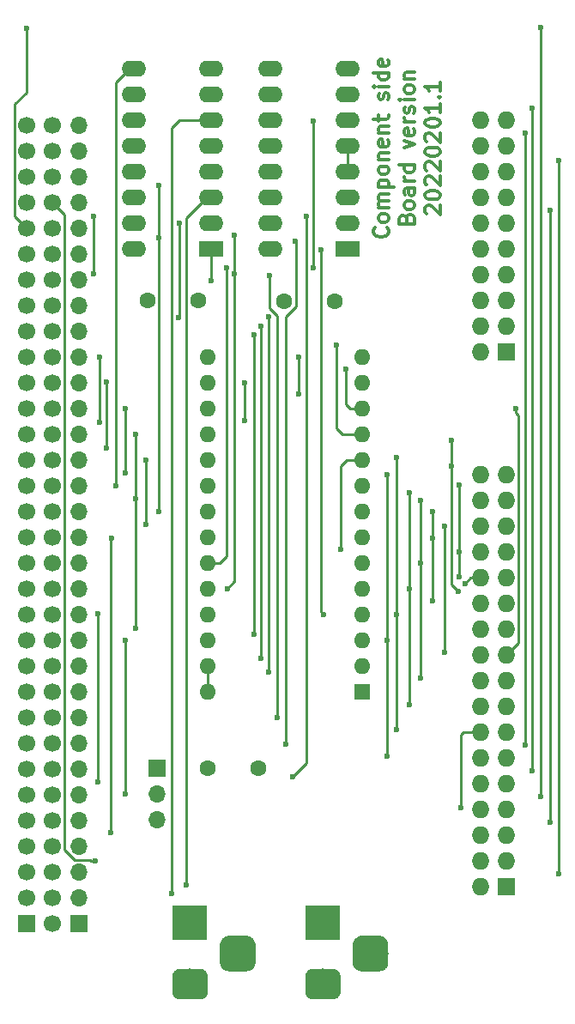
<source format=gbr>
G04 #@! TF.GenerationSoftware,KiCad,Pcbnew,(5.1.2-1)-1*
G04 #@! TF.CreationDate,2022-02-01T20:28:38+01:00*
G04 #@! TF.ProjectId,AtomIOExt,41746f6d-494f-4457-9874-2e6b69636164,1.0*
G04 #@! TF.SameCoordinates,Original*
G04 #@! TF.FileFunction,Copper,L1,Top*
G04 #@! TF.FilePolarity,Positive*
%FSLAX46Y46*%
G04 Gerber Fmt 4.6, Leading zero omitted, Abs format (unit mm)*
G04 Created by KiCad (PCBNEW (5.1.2-1)-1) date 2022-02-01 20:28:38*
%MOMM*%
%LPD*%
G04 APERTURE LIST*
%ADD10C,0.300000*%
%ADD11O,1.700000X1.700000*%
%ADD12R,1.700000X1.700000*%
%ADD13O,1.727200X1.727200*%
%ADD14R,1.727200X1.727200*%
%ADD15O,1.600000X1.600000*%
%ADD16R,1.600000X1.600000*%
%ADD17O,2.400000X1.600000*%
%ADD18R,2.400000X1.600000*%
%ADD19C,1.700000*%
%ADD20C,0.100000*%
%ADD21C,3.500000*%
%ADD22C,3.000000*%
%ADD23R,3.500000X3.500000*%
%ADD24C,1.600000*%
%ADD25C,0.600000*%
%ADD26C,0.250000*%
G04 APERTURE END LIST*
D10*
X112235714Y-78157142D02*
X112307142Y-78228571D01*
X112378571Y-78442857D01*
X112378571Y-78585714D01*
X112307142Y-78800000D01*
X112164285Y-78942857D01*
X112021428Y-79014285D01*
X111735714Y-79085714D01*
X111521428Y-79085714D01*
X111235714Y-79014285D01*
X111092857Y-78942857D01*
X110950000Y-78800000D01*
X110878571Y-78585714D01*
X110878571Y-78442857D01*
X110950000Y-78228571D01*
X111021428Y-78157142D01*
X112378571Y-77300000D02*
X112307142Y-77442857D01*
X112235714Y-77514285D01*
X112092857Y-77585714D01*
X111664285Y-77585714D01*
X111521428Y-77514285D01*
X111450000Y-77442857D01*
X111378571Y-77300000D01*
X111378571Y-77085714D01*
X111450000Y-76942857D01*
X111521428Y-76871428D01*
X111664285Y-76800000D01*
X112092857Y-76800000D01*
X112235714Y-76871428D01*
X112307142Y-76942857D01*
X112378571Y-77085714D01*
X112378571Y-77300000D01*
X112378571Y-76157142D02*
X111378571Y-76157142D01*
X111521428Y-76157142D02*
X111450000Y-76085714D01*
X111378571Y-75942857D01*
X111378571Y-75728571D01*
X111450000Y-75585714D01*
X111592857Y-75514285D01*
X112378571Y-75514285D01*
X111592857Y-75514285D02*
X111450000Y-75442857D01*
X111378571Y-75300000D01*
X111378571Y-75085714D01*
X111450000Y-74942857D01*
X111592857Y-74871428D01*
X112378571Y-74871428D01*
X111378571Y-74157142D02*
X112878571Y-74157142D01*
X111450000Y-74157142D02*
X111378571Y-74014285D01*
X111378571Y-73728571D01*
X111450000Y-73585714D01*
X111521428Y-73514285D01*
X111664285Y-73442857D01*
X112092857Y-73442857D01*
X112235714Y-73514285D01*
X112307142Y-73585714D01*
X112378571Y-73728571D01*
X112378571Y-74014285D01*
X112307142Y-74157142D01*
X112378571Y-72585714D02*
X112307142Y-72728571D01*
X112235714Y-72800000D01*
X112092857Y-72871428D01*
X111664285Y-72871428D01*
X111521428Y-72800000D01*
X111450000Y-72728571D01*
X111378571Y-72585714D01*
X111378571Y-72371428D01*
X111450000Y-72228571D01*
X111521428Y-72157142D01*
X111664285Y-72085714D01*
X112092857Y-72085714D01*
X112235714Y-72157142D01*
X112307142Y-72228571D01*
X112378571Y-72371428D01*
X112378571Y-72585714D01*
X111378571Y-71442857D02*
X112378571Y-71442857D01*
X111521428Y-71442857D02*
X111450000Y-71371428D01*
X111378571Y-71228571D01*
X111378571Y-71014285D01*
X111450000Y-70871428D01*
X111592857Y-70800000D01*
X112378571Y-70800000D01*
X112307142Y-69514285D02*
X112378571Y-69657142D01*
X112378571Y-69942857D01*
X112307142Y-70085714D01*
X112164285Y-70157142D01*
X111592857Y-70157142D01*
X111450000Y-70085714D01*
X111378571Y-69942857D01*
X111378571Y-69657142D01*
X111450000Y-69514285D01*
X111592857Y-69442857D01*
X111735714Y-69442857D01*
X111878571Y-70157142D01*
X111378571Y-68800000D02*
X112378571Y-68800000D01*
X111521428Y-68800000D02*
X111450000Y-68728571D01*
X111378571Y-68585714D01*
X111378571Y-68371428D01*
X111450000Y-68228571D01*
X111592857Y-68157142D01*
X112378571Y-68157142D01*
X111378571Y-67657142D02*
X111378571Y-67085714D01*
X110878571Y-67442857D02*
X112164285Y-67442857D01*
X112307142Y-67371428D01*
X112378571Y-67228571D01*
X112378571Y-67085714D01*
X112307142Y-65514285D02*
X112378571Y-65371428D01*
X112378571Y-65085714D01*
X112307142Y-64942857D01*
X112164285Y-64871428D01*
X112092857Y-64871428D01*
X111950000Y-64942857D01*
X111878571Y-65085714D01*
X111878571Y-65300000D01*
X111807142Y-65442857D01*
X111664285Y-65514285D01*
X111592857Y-65514285D01*
X111450000Y-65442857D01*
X111378571Y-65300000D01*
X111378571Y-65085714D01*
X111450000Y-64942857D01*
X112378571Y-64228571D02*
X111378571Y-64228571D01*
X110878571Y-64228571D02*
X110950000Y-64300000D01*
X111021428Y-64228571D01*
X110950000Y-64157142D01*
X110878571Y-64228571D01*
X111021428Y-64228571D01*
X112378571Y-62871428D02*
X110878571Y-62871428D01*
X112307142Y-62871428D02*
X112378571Y-63014285D01*
X112378571Y-63300000D01*
X112307142Y-63442857D01*
X112235714Y-63514285D01*
X112092857Y-63585714D01*
X111664285Y-63585714D01*
X111521428Y-63514285D01*
X111450000Y-63442857D01*
X111378571Y-63300000D01*
X111378571Y-63014285D01*
X111450000Y-62871428D01*
X112307142Y-61585714D02*
X112378571Y-61728571D01*
X112378571Y-62014285D01*
X112307142Y-62157142D01*
X112164285Y-62228571D01*
X111592857Y-62228571D01*
X111450000Y-62157142D01*
X111378571Y-62014285D01*
X111378571Y-61728571D01*
X111450000Y-61585714D01*
X111592857Y-61514285D01*
X111735714Y-61514285D01*
X111878571Y-62228571D01*
X114142857Y-77264285D02*
X114214285Y-77050000D01*
X114285714Y-76978571D01*
X114428571Y-76907142D01*
X114642857Y-76907142D01*
X114785714Y-76978571D01*
X114857142Y-77050000D01*
X114928571Y-77192857D01*
X114928571Y-77764285D01*
X113428571Y-77764285D01*
X113428571Y-77264285D01*
X113500000Y-77121428D01*
X113571428Y-77050000D01*
X113714285Y-76978571D01*
X113857142Y-76978571D01*
X114000000Y-77050000D01*
X114071428Y-77121428D01*
X114142857Y-77264285D01*
X114142857Y-77764285D01*
X114928571Y-76050000D02*
X114857142Y-76192857D01*
X114785714Y-76264285D01*
X114642857Y-76335714D01*
X114214285Y-76335714D01*
X114071428Y-76264285D01*
X114000000Y-76192857D01*
X113928571Y-76050000D01*
X113928571Y-75835714D01*
X114000000Y-75692857D01*
X114071428Y-75621428D01*
X114214285Y-75550000D01*
X114642857Y-75550000D01*
X114785714Y-75621428D01*
X114857142Y-75692857D01*
X114928571Y-75835714D01*
X114928571Y-76050000D01*
X114928571Y-74264285D02*
X114142857Y-74264285D01*
X114000000Y-74335714D01*
X113928571Y-74478571D01*
X113928571Y-74764285D01*
X114000000Y-74907142D01*
X114857142Y-74264285D02*
X114928571Y-74407142D01*
X114928571Y-74764285D01*
X114857142Y-74907142D01*
X114714285Y-74978571D01*
X114571428Y-74978571D01*
X114428571Y-74907142D01*
X114357142Y-74764285D01*
X114357142Y-74407142D01*
X114285714Y-74264285D01*
X114928571Y-73550000D02*
X113928571Y-73550000D01*
X114214285Y-73550000D02*
X114071428Y-73478571D01*
X114000000Y-73407142D01*
X113928571Y-73264285D01*
X113928571Y-73121428D01*
X114928571Y-71978571D02*
X113428571Y-71978571D01*
X114857142Y-71978571D02*
X114928571Y-72121428D01*
X114928571Y-72407142D01*
X114857142Y-72550000D01*
X114785714Y-72621428D01*
X114642857Y-72692857D01*
X114214285Y-72692857D01*
X114071428Y-72621428D01*
X114000000Y-72550000D01*
X113928571Y-72407142D01*
X113928571Y-72121428D01*
X114000000Y-71978571D01*
X113928571Y-70264285D02*
X114928571Y-69907142D01*
X113928571Y-69550000D01*
X114857142Y-68407142D02*
X114928571Y-68550000D01*
X114928571Y-68835714D01*
X114857142Y-68978571D01*
X114714285Y-69050000D01*
X114142857Y-69050000D01*
X114000000Y-68978571D01*
X113928571Y-68835714D01*
X113928571Y-68550000D01*
X114000000Y-68407142D01*
X114142857Y-68335714D01*
X114285714Y-68335714D01*
X114428571Y-69050000D01*
X114928571Y-67692857D02*
X113928571Y-67692857D01*
X114214285Y-67692857D02*
X114071428Y-67621428D01*
X114000000Y-67550000D01*
X113928571Y-67407142D01*
X113928571Y-67264285D01*
X114857142Y-66835714D02*
X114928571Y-66692857D01*
X114928571Y-66407142D01*
X114857142Y-66264285D01*
X114714285Y-66192857D01*
X114642857Y-66192857D01*
X114500000Y-66264285D01*
X114428571Y-66407142D01*
X114428571Y-66621428D01*
X114357142Y-66764285D01*
X114214285Y-66835714D01*
X114142857Y-66835714D01*
X114000000Y-66764285D01*
X113928571Y-66621428D01*
X113928571Y-66407142D01*
X114000000Y-66264285D01*
X114928571Y-65550000D02*
X113928571Y-65550000D01*
X113428571Y-65550000D02*
X113500000Y-65621428D01*
X113571428Y-65550000D01*
X113500000Y-65478571D01*
X113428571Y-65550000D01*
X113571428Y-65550000D01*
X114928571Y-64621428D02*
X114857142Y-64764285D01*
X114785714Y-64835714D01*
X114642857Y-64907142D01*
X114214285Y-64907142D01*
X114071428Y-64835714D01*
X114000000Y-64764285D01*
X113928571Y-64621428D01*
X113928571Y-64407142D01*
X114000000Y-64264285D01*
X114071428Y-64192857D01*
X114214285Y-64121428D01*
X114642857Y-64121428D01*
X114785714Y-64192857D01*
X114857142Y-64264285D01*
X114928571Y-64407142D01*
X114928571Y-64621428D01*
X113928571Y-63478571D02*
X114928571Y-63478571D01*
X114071428Y-63478571D02*
X114000000Y-63407142D01*
X113928571Y-63264285D01*
X113928571Y-63050000D01*
X114000000Y-62907142D01*
X114142857Y-62835714D01*
X114928571Y-62835714D01*
X116121428Y-76800000D02*
X116050000Y-76728571D01*
X115978571Y-76585714D01*
X115978571Y-76228571D01*
X116050000Y-76085714D01*
X116121428Y-76014285D01*
X116264285Y-75942857D01*
X116407142Y-75942857D01*
X116621428Y-76014285D01*
X117478571Y-76871428D01*
X117478571Y-75942857D01*
X115978571Y-75014285D02*
X115978571Y-74871428D01*
X116050000Y-74728571D01*
X116121428Y-74657142D01*
X116264285Y-74585714D01*
X116550000Y-74514285D01*
X116907142Y-74514285D01*
X117192857Y-74585714D01*
X117335714Y-74657142D01*
X117407142Y-74728571D01*
X117478571Y-74871428D01*
X117478571Y-75014285D01*
X117407142Y-75157142D01*
X117335714Y-75228571D01*
X117192857Y-75300000D01*
X116907142Y-75371428D01*
X116550000Y-75371428D01*
X116264285Y-75300000D01*
X116121428Y-75228571D01*
X116050000Y-75157142D01*
X115978571Y-75014285D01*
X116121428Y-73942857D02*
X116050000Y-73871428D01*
X115978571Y-73728571D01*
X115978571Y-73371428D01*
X116050000Y-73228571D01*
X116121428Y-73157142D01*
X116264285Y-73085714D01*
X116407142Y-73085714D01*
X116621428Y-73157142D01*
X117478571Y-74014285D01*
X117478571Y-73085714D01*
X116121428Y-72514285D02*
X116050000Y-72442857D01*
X115978571Y-72300000D01*
X115978571Y-71942857D01*
X116050000Y-71800000D01*
X116121428Y-71728571D01*
X116264285Y-71657142D01*
X116407142Y-71657142D01*
X116621428Y-71728571D01*
X117478571Y-72585714D01*
X117478571Y-71657142D01*
X115978571Y-70728571D02*
X115978571Y-70585714D01*
X116050000Y-70442857D01*
X116121428Y-70371428D01*
X116264285Y-70300000D01*
X116550000Y-70228571D01*
X116907142Y-70228571D01*
X117192857Y-70300000D01*
X117335714Y-70371428D01*
X117407142Y-70442857D01*
X117478571Y-70585714D01*
X117478571Y-70728571D01*
X117407142Y-70871428D01*
X117335714Y-70942857D01*
X117192857Y-71014285D01*
X116907142Y-71085714D01*
X116550000Y-71085714D01*
X116264285Y-71014285D01*
X116121428Y-70942857D01*
X116050000Y-70871428D01*
X115978571Y-70728571D01*
X116121428Y-69657142D02*
X116050000Y-69585714D01*
X115978571Y-69442857D01*
X115978571Y-69085714D01*
X116050000Y-68942857D01*
X116121428Y-68871428D01*
X116264285Y-68800000D01*
X116407142Y-68800000D01*
X116621428Y-68871428D01*
X117478571Y-69728571D01*
X117478571Y-68800000D01*
X115978571Y-67871428D02*
X115978571Y-67728571D01*
X116050000Y-67585714D01*
X116121428Y-67514285D01*
X116264285Y-67442857D01*
X116550000Y-67371428D01*
X116907142Y-67371428D01*
X117192857Y-67442857D01*
X117335714Y-67514285D01*
X117407142Y-67585714D01*
X117478571Y-67728571D01*
X117478571Y-67871428D01*
X117407142Y-68014285D01*
X117335714Y-68085714D01*
X117192857Y-68157142D01*
X116907142Y-68228571D01*
X116550000Y-68228571D01*
X116264285Y-68157142D01*
X116121428Y-68085714D01*
X116050000Y-68014285D01*
X115978571Y-67871428D01*
X117478571Y-65942857D02*
X117478571Y-66800000D01*
X117478571Y-66371428D02*
X115978571Y-66371428D01*
X116192857Y-66514285D01*
X116335714Y-66657142D01*
X116407142Y-66800000D01*
X117335714Y-65300000D02*
X117407142Y-65228571D01*
X117478571Y-65300000D01*
X117407142Y-65371428D01*
X117335714Y-65300000D01*
X117478571Y-65300000D01*
X117478571Y-63800000D02*
X117478571Y-64657142D01*
X117478571Y-64228571D02*
X115978571Y-64228571D01*
X116192857Y-64371428D01*
X116335714Y-64514285D01*
X116407142Y-64657142D01*
D11*
X81800000Y-68060000D03*
X81800000Y-70600000D03*
X81800000Y-73140000D03*
X81800000Y-75680000D03*
X81800000Y-78220000D03*
X81800000Y-80760000D03*
X81800000Y-83300000D03*
X81800000Y-85840000D03*
X81800000Y-88380000D03*
X81800000Y-90920000D03*
X81800000Y-93460000D03*
X81800000Y-96000000D03*
X81800000Y-98540000D03*
X81800000Y-101080000D03*
X81800000Y-103620000D03*
X81800000Y-106160000D03*
X81800000Y-108700000D03*
X81800000Y-111240000D03*
X81800000Y-113780000D03*
X81800000Y-116320000D03*
X81800000Y-118860000D03*
X81800000Y-121400000D03*
X81800000Y-123940000D03*
X81800000Y-126480000D03*
X81800000Y-129020000D03*
X81800000Y-131560000D03*
X81800000Y-134100000D03*
X81800000Y-136640000D03*
X81800000Y-139180000D03*
X81800000Y-141720000D03*
X81800000Y-144260000D03*
D12*
X81800000Y-146800000D03*
D13*
X121460000Y-102510000D03*
X124000000Y-102510000D03*
X121460000Y-105050000D03*
X124000000Y-105050000D03*
X121460000Y-107590000D03*
X124000000Y-107590000D03*
X121460000Y-110130000D03*
X124000000Y-110130000D03*
X121460000Y-112670000D03*
X124000000Y-112670000D03*
X121460000Y-115210000D03*
X124000000Y-115210000D03*
X121460000Y-117750000D03*
X124000000Y-117750000D03*
X121460000Y-120290000D03*
X124000000Y-120290000D03*
X121460000Y-122830000D03*
X124000000Y-122830000D03*
X121460000Y-125370000D03*
X124000000Y-125370000D03*
X121460000Y-127910000D03*
X124000000Y-127910000D03*
X121460000Y-130450000D03*
X124000000Y-130450000D03*
X121460000Y-132990000D03*
X124000000Y-132990000D03*
X121460000Y-135530000D03*
X124000000Y-135530000D03*
X121460000Y-138070000D03*
X124000000Y-138070000D03*
X121460000Y-140610000D03*
X124000000Y-140610000D03*
X121460000Y-143150000D03*
D14*
X124000000Y-143150000D03*
D13*
X121460000Y-67590000D03*
X124000000Y-67590000D03*
X121460000Y-70130000D03*
X124000000Y-70130000D03*
X121460000Y-72670000D03*
X124000000Y-72670000D03*
X121460000Y-75210000D03*
X124000000Y-75210000D03*
X121460000Y-77750000D03*
X124000000Y-77750000D03*
X121460000Y-80290000D03*
X124000000Y-80290000D03*
X121460000Y-82830000D03*
X124000000Y-82830000D03*
X121460000Y-85370000D03*
X124000000Y-85370000D03*
X121460000Y-87910000D03*
X124000000Y-87910000D03*
X121460000Y-90450000D03*
D14*
X124000000Y-90450000D03*
D15*
X94560000Y-123950000D03*
X109800000Y-90930000D03*
X94560000Y-121410000D03*
X109800000Y-93470000D03*
X94560000Y-118870000D03*
X109800000Y-96010000D03*
X94560000Y-116330000D03*
X109800000Y-98550000D03*
X94560000Y-113790000D03*
X109800000Y-101090000D03*
X94560000Y-111250000D03*
X109800000Y-103630000D03*
X94560000Y-108710000D03*
X109800000Y-106170000D03*
X94560000Y-106170000D03*
X109800000Y-108710000D03*
X94560000Y-103630000D03*
X109800000Y-111250000D03*
X94560000Y-101090000D03*
X109800000Y-113790000D03*
X94560000Y-98550000D03*
X109800000Y-116330000D03*
X94560000Y-96010000D03*
X109800000Y-118870000D03*
X94560000Y-93470000D03*
X109800000Y-121410000D03*
X94560000Y-90930000D03*
D16*
X109800000Y-123950000D03*
D17*
X100730000Y-80250000D03*
X108350000Y-62470000D03*
X100730000Y-77710000D03*
X108350000Y-65010000D03*
X100730000Y-75170000D03*
X108350000Y-67550000D03*
X100730000Y-72630000D03*
X108350000Y-70090000D03*
X100730000Y-70090000D03*
X108350000Y-72630000D03*
X100730000Y-67550000D03*
X108350000Y-75170000D03*
X100730000Y-65010000D03*
X108350000Y-77710000D03*
X100730000Y-62470000D03*
D18*
X108350000Y-80250000D03*
D17*
X87230000Y-80250000D03*
X94850000Y-62470000D03*
X87230000Y-77710000D03*
X94850000Y-65010000D03*
X87230000Y-75170000D03*
X94850000Y-67550000D03*
X87230000Y-72630000D03*
X94850000Y-70090000D03*
X87230000Y-70090000D03*
X94850000Y-72630000D03*
X87230000Y-67550000D03*
X94850000Y-75170000D03*
X87230000Y-65010000D03*
X94850000Y-77710000D03*
X87230000Y-62470000D03*
D18*
X94850000Y-80250000D03*
D19*
X79240000Y-68060000D03*
X76700000Y-68060000D03*
X79240000Y-70600000D03*
X76700000Y-70600000D03*
X79240000Y-73140000D03*
X76700000Y-73140000D03*
X79240000Y-75680000D03*
X76700000Y-75680000D03*
X79240000Y-78220000D03*
X76700000Y-78220000D03*
X79240000Y-80760000D03*
X76700000Y-80760000D03*
X79240000Y-83300000D03*
X76700000Y-83300000D03*
X79240000Y-85840000D03*
X76700000Y-85840000D03*
X79240000Y-88380000D03*
X76700000Y-88380000D03*
X79240000Y-90920000D03*
X76700000Y-90920000D03*
X79240000Y-93460000D03*
X76700000Y-93460000D03*
X79240000Y-96000000D03*
X76700000Y-96000000D03*
X79240000Y-98540000D03*
X76700000Y-98540000D03*
X79240000Y-101080000D03*
X76700000Y-101080000D03*
X79240000Y-103620000D03*
X76700000Y-103620000D03*
X79240000Y-106160000D03*
X76700000Y-106160000D03*
X79240000Y-108700000D03*
X76700000Y-108700000D03*
X79240000Y-111240000D03*
X76700000Y-111240000D03*
X79240000Y-113780000D03*
X76700000Y-113780000D03*
X79240000Y-116320000D03*
X76700000Y-116320000D03*
X79240000Y-118860000D03*
X76700000Y-118860000D03*
X79240000Y-121400000D03*
X76700000Y-121400000D03*
X79240000Y-123940000D03*
X76700000Y-123940000D03*
X79240000Y-126480000D03*
X76700000Y-126480000D03*
X79240000Y-129020000D03*
X76700000Y-129020000D03*
X79240000Y-131560000D03*
X76700000Y-131560000D03*
X79240000Y-134100000D03*
X76700000Y-134100000D03*
X79240000Y-136640000D03*
X76700000Y-136640000D03*
X79240000Y-139180000D03*
X76700000Y-139180000D03*
X79240000Y-141720000D03*
X76700000Y-141720000D03*
X79240000Y-144260000D03*
X76700000Y-144260000D03*
X79240000Y-146800000D03*
D12*
X76700000Y-146800000D03*
D20*
G36*
X111560765Y-148004213D02*
G01*
X111645704Y-148016813D01*
X111728999Y-148037677D01*
X111809848Y-148066605D01*
X111887472Y-148103319D01*
X111961124Y-148147464D01*
X112030094Y-148198616D01*
X112093718Y-148256282D01*
X112151384Y-148319906D01*
X112202536Y-148388876D01*
X112246681Y-148462528D01*
X112283395Y-148540152D01*
X112312323Y-148621001D01*
X112333187Y-148704296D01*
X112345787Y-148789235D01*
X112350000Y-148875000D01*
X112350000Y-150625000D01*
X112345787Y-150710765D01*
X112333187Y-150795704D01*
X112312323Y-150878999D01*
X112283395Y-150959848D01*
X112246681Y-151037472D01*
X112202536Y-151111124D01*
X112151384Y-151180094D01*
X112093718Y-151243718D01*
X112030094Y-151301384D01*
X111961124Y-151352536D01*
X111887472Y-151396681D01*
X111809848Y-151433395D01*
X111728999Y-151462323D01*
X111645704Y-151483187D01*
X111560765Y-151495787D01*
X111475000Y-151500000D01*
X109725000Y-151500000D01*
X109639235Y-151495787D01*
X109554296Y-151483187D01*
X109471001Y-151462323D01*
X109390152Y-151433395D01*
X109312528Y-151396681D01*
X109238876Y-151352536D01*
X109169906Y-151301384D01*
X109106282Y-151243718D01*
X109048616Y-151180094D01*
X108997464Y-151111124D01*
X108953319Y-151037472D01*
X108916605Y-150959848D01*
X108887677Y-150878999D01*
X108866813Y-150795704D01*
X108854213Y-150710765D01*
X108850000Y-150625000D01*
X108850000Y-148875000D01*
X108854213Y-148789235D01*
X108866813Y-148704296D01*
X108887677Y-148621001D01*
X108916605Y-148540152D01*
X108953319Y-148462528D01*
X108997464Y-148388876D01*
X109048616Y-148319906D01*
X109106282Y-148256282D01*
X109169906Y-148198616D01*
X109238876Y-148147464D01*
X109312528Y-148103319D01*
X109390152Y-148066605D01*
X109471001Y-148037677D01*
X109554296Y-148016813D01*
X109639235Y-148004213D01*
X109725000Y-148000000D01*
X111475000Y-148000000D01*
X111560765Y-148004213D01*
X111560765Y-148004213D01*
G37*
D21*
X110600000Y-149750000D03*
D20*
G36*
X106973513Y-151253611D02*
G01*
X107046318Y-151264411D01*
X107117714Y-151282295D01*
X107187013Y-151307090D01*
X107253548Y-151338559D01*
X107316678Y-151376398D01*
X107375795Y-151420242D01*
X107430330Y-151469670D01*
X107479758Y-151524205D01*
X107523602Y-151583322D01*
X107561441Y-151646452D01*
X107592910Y-151712987D01*
X107617705Y-151782286D01*
X107635589Y-151853682D01*
X107646389Y-151926487D01*
X107650000Y-152000000D01*
X107650000Y-153500000D01*
X107646389Y-153573513D01*
X107635589Y-153646318D01*
X107617705Y-153717714D01*
X107592910Y-153787013D01*
X107561441Y-153853548D01*
X107523602Y-153916678D01*
X107479758Y-153975795D01*
X107430330Y-154030330D01*
X107375795Y-154079758D01*
X107316678Y-154123602D01*
X107253548Y-154161441D01*
X107187013Y-154192910D01*
X107117714Y-154217705D01*
X107046318Y-154235589D01*
X106973513Y-154246389D01*
X106900000Y-154250000D01*
X104900000Y-154250000D01*
X104826487Y-154246389D01*
X104753682Y-154235589D01*
X104682286Y-154217705D01*
X104612987Y-154192910D01*
X104546452Y-154161441D01*
X104483322Y-154123602D01*
X104424205Y-154079758D01*
X104369670Y-154030330D01*
X104320242Y-153975795D01*
X104276398Y-153916678D01*
X104238559Y-153853548D01*
X104207090Y-153787013D01*
X104182295Y-153717714D01*
X104164411Y-153646318D01*
X104153611Y-153573513D01*
X104150000Y-153500000D01*
X104150000Y-152000000D01*
X104153611Y-151926487D01*
X104164411Y-151853682D01*
X104182295Y-151782286D01*
X104207090Y-151712987D01*
X104238559Y-151646452D01*
X104276398Y-151583322D01*
X104320242Y-151524205D01*
X104369670Y-151469670D01*
X104424205Y-151420242D01*
X104483322Y-151376398D01*
X104546452Y-151338559D01*
X104612987Y-151307090D01*
X104682286Y-151282295D01*
X104753682Y-151264411D01*
X104826487Y-151253611D01*
X104900000Y-151250000D01*
X106900000Y-151250000D01*
X106973513Y-151253611D01*
X106973513Y-151253611D01*
G37*
D22*
X105900000Y-152750000D03*
D23*
X105900000Y-146750000D03*
D20*
G36*
X98460765Y-148004213D02*
G01*
X98545704Y-148016813D01*
X98628999Y-148037677D01*
X98709848Y-148066605D01*
X98787472Y-148103319D01*
X98861124Y-148147464D01*
X98930094Y-148198616D01*
X98993718Y-148256282D01*
X99051384Y-148319906D01*
X99102536Y-148388876D01*
X99146681Y-148462528D01*
X99183395Y-148540152D01*
X99212323Y-148621001D01*
X99233187Y-148704296D01*
X99245787Y-148789235D01*
X99250000Y-148875000D01*
X99250000Y-150625000D01*
X99245787Y-150710765D01*
X99233187Y-150795704D01*
X99212323Y-150878999D01*
X99183395Y-150959848D01*
X99146681Y-151037472D01*
X99102536Y-151111124D01*
X99051384Y-151180094D01*
X98993718Y-151243718D01*
X98930094Y-151301384D01*
X98861124Y-151352536D01*
X98787472Y-151396681D01*
X98709848Y-151433395D01*
X98628999Y-151462323D01*
X98545704Y-151483187D01*
X98460765Y-151495787D01*
X98375000Y-151500000D01*
X96625000Y-151500000D01*
X96539235Y-151495787D01*
X96454296Y-151483187D01*
X96371001Y-151462323D01*
X96290152Y-151433395D01*
X96212528Y-151396681D01*
X96138876Y-151352536D01*
X96069906Y-151301384D01*
X96006282Y-151243718D01*
X95948616Y-151180094D01*
X95897464Y-151111124D01*
X95853319Y-151037472D01*
X95816605Y-150959848D01*
X95787677Y-150878999D01*
X95766813Y-150795704D01*
X95754213Y-150710765D01*
X95750000Y-150625000D01*
X95750000Y-148875000D01*
X95754213Y-148789235D01*
X95766813Y-148704296D01*
X95787677Y-148621001D01*
X95816605Y-148540152D01*
X95853319Y-148462528D01*
X95897464Y-148388876D01*
X95948616Y-148319906D01*
X96006282Y-148256282D01*
X96069906Y-148198616D01*
X96138876Y-148147464D01*
X96212528Y-148103319D01*
X96290152Y-148066605D01*
X96371001Y-148037677D01*
X96454296Y-148016813D01*
X96539235Y-148004213D01*
X96625000Y-148000000D01*
X98375000Y-148000000D01*
X98460765Y-148004213D01*
X98460765Y-148004213D01*
G37*
D21*
X97500000Y-149750000D03*
D20*
G36*
X93873513Y-151253611D02*
G01*
X93946318Y-151264411D01*
X94017714Y-151282295D01*
X94087013Y-151307090D01*
X94153548Y-151338559D01*
X94216678Y-151376398D01*
X94275795Y-151420242D01*
X94330330Y-151469670D01*
X94379758Y-151524205D01*
X94423602Y-151583322D01*
X94461441Y-151646452D01*
X94492910Y-151712987D01*
X94517705Y-151782286D01*
X94535589Y-151853682D01*
X94546389Y-151926487D01*
X94550000Y-152000000D01*
X94550000Y-153500000D01*
X94546389Y-153573513D01*
X94535589Y-153646318D01*
X94517705Y-153717714D01*
X94492910Y-153787013D01*
X94461441Y-153853548D01*
X94423602Y-153916678D01*
X94379758Y-153975795D01*
X94330330Y-154030330D01*
X94275795Y-154079758D01*
X94216678Y-154123602D01*
X94153548Y-154161441D01*
X94087013Y-154192910D01*
X94017714Y-154217705D01*
X93946318Y-154235589D01*
X93873513Y-154246389D01*
X93800000Y-154250000D01*
X91800000Y-154250000D01*
X91726487Y-154246389D01*
X91653682Y-154235589D01*
X91582286Y-154217705D01*
X91512987Y-154192910D01*
X91446452Y-154161441D01*
X91383322Y-154123602D01*
X91324205Y-154079758D01*
X91269670Y-154030330D01*
X91220242Y-153975795D01*
X91176398Y-153916678D01*
X91138559Y-153853548D01*
X91107090Y-153787013D01*
X91082295Y-153717714D01*
X91064411Y-153646318D01*
X91053611Y-153573513D01*
X91050000Y-153500000D01*
X91050000Y-152000000D01*
X91053611Y-151926487D01*
X91064411Y-151853682D01*
X91082295Y-151782286D01*
X91107090Y-151712987D01*
X91138559Y-151646452D01*
X91176398Y-151583322D01*
X91220242Y-151524205D01*
X91269670Y-151469670D01*
X91324205Y-151420242D01*
X91383322Y-151376398D01*
X91446452Y-151338559D01*
X91512987Y-151307090D01*
X91582286Y-151282295D01*
X91653682Y-151264411D01*
X91726487Y-151253611D01*
X91800000Y-151250000D01*
X93800000Y-151250000D01*
X93873513Y-151253611D01*
X93873513Y-151253611D01*
G37*
D22*
X92800000Y-152750000D03*
D23*
X92800000Y-146750000D03*
D11*
X89550000Y-136580000D03*
X89550000Y-134040000D03*
D12*
X89550000Y-131500000D03*
D24*
X99550000Y-131500000D03*
X94550000Y-131500000D03*
X107100000Y-85400000D03*
X102100000Y-85400000D03*
X93600000Y-85350000D03*
X88600000Y-85350000D03*
D25*
X119900000Y-113250000D03*
X87400000Y-98500000D03*
X87400000Y-104900000D03*
X87400000Y-117650000D03*
X86450000Y-96000000D03*
X86450000Y-102350000D03*
X118600000Y-101650000D03*
X119250000Y-114000000D03*
X118550000Y-99100000D03*
X84550000Y-99900000D03*
X84550000Y-93400000D03*
X98150000Y-97150000D03*
X98150000Y-93450000D03*
X108150000Y-92100000D03*
X124900000Y-96000000D03*
X83850000Y-97350000D03*
X83850000Y-90950000D03*
X103500000Y-94600000D03*
X103500000Y-90900000D03*
X107250000Y-89750000D03*
X128300000Y-76450000D03*
X128300000Y-136800000D03*
X119350000Y-112600000D03*
X119350000Y-103550000D03*
X119350000Y-110100000D03*
X88450000Y-101100000D03*
X88450000Y-107450000D03*
X107675001Y-109875001D03*
X117900000Y-120050000D03*
X117900000Y-107600000D03*
X116700000Y-115000000D03*
X116700000Y-106200000D03*
X116700000Y-108800000D03*
X83450000Y-140600000D03*
X129150000Y-141850000D03*
X129150000Y-71500000D03*
X119500000Y-135350000D03*
X99100000Y-118275000D03*
X99100000Y-88700000D03*
X99800000Y-120675000D03*
X99750000Y-87900000D03*
X100550000Y-121975000D03*
X100550000Y-86950000D03*
X101400000Y-126450000D03*
X100650000Y-82850000D03*
X102250000Y-129100000D03*
X103200000Y-79525000D03*
X102950000Y-132350000D03*
X104300000Y-77075000D03*
X127400000Y-58400000D03*
X127400000Y-134250000D03*
X76650000Y-58500000D03*
X91000000Y-143800000D03*
X92450000Y-143000000D03*
X83700000Y-116250000D03*
X83700000Y-132850000D03*
X106000000Y-116350000D03*
X105700000Y-80300000D03*
X112250000Y-130250000D03*
X112250000Y-118900000D03*
X112250000Y-102500000D03*
X113150000Y-127700000D03*
X113150000Y-100850000D03*
X113150000Y-116300000D03*
X114400000Y-125250000D03*
X114450000Y-104300000D03*
X114400000Y-113800000D03*
X115500000Y-122600000D03*
X115550000Y-105100000D03*
X115500000Y-111250000D03*
X91750000Y-77700000D03*
X91650000Y-87050000D03*
X94850000Y-83400000D03*
X104950000Y-82100000D03*
X104950000Y-67600000D03*
X96400000Y-82100000D03*
X89750000Y-106200000D03*
X89750000Y-79150000D03*
X89750000Y-74000000D03*
X96450000Y-113750000D03*
X97150000Y-78900000D03*
X83300000Y-77050000D03*
X83300000Y-82725000D03*
X97150000Y-82725000D03*
X86450000Y-134050000D03*
X86450000Y-118850000D03*
X85000000Y-137800000D03*
X85050000Y-108750000D03*
X126550000Y-66400000D03*
X126550000Y-131700000D03*
X125850000Y-68800000D03*
X125850000Y-129200000D03*
X85500000Y-103650000D03*
D26*
X94560000Y-122541370D02*
X94560000Y-123950000D01*
X94560000Y-121410000D02*
X94560000Y-122541370D01*
X120480000Y-112670000D02*
X119900000Y-113250000D01*
X121460000Y-112670000D02*
X120480000Y-112670000D01*
X87400000Y-98500000D02*
X87400000Y-104900000D01*
X87400000Y-117650000D02*
X87400000Y-104900000D01*
X86450000Y-96000000D02*
X86450000Y-102350000D01*
X118600000Y-113350000D02*
X119250000Y-114000000D01*
X118600000Y-101650000D02*
X118600000Y-113350000D01*
X118550000Y-101600000D02*
X118600000Y-101650000D01*
X118550000Y-99100000D02*
X118550000Y-101600000D01*
X84550000Y-99900000D02*
X84550000Y-93400000D01*
X98150000Y-97150000D02*
X98150000Y-93450000D01*
X108150000Y-92100000D02*
X108150000Y-95600000D01*
X108560000Y-96010000D02*
X109800000Y-96010000D01*
X108150000Y-95600000D02*
X108560000Y-96010000D01*
X124863599Y-119426401D02*
X124000000Y-120290000D01*
X125188601Y-119101399D02*
X124863599Y-119426401D01*
X124900000Y-96424264D02*
X125188601Y-96712865D01*
X125188601Y-96712865D02*
X125188601Y-119101399D01*
X124900000Y-96000000D02*
X124900000Y-96424264D01*
X83850000Y-97350000D02*
X83850000Y-90950000D01*
X103500000Y-94600000D02*
X103500000Y-90900000D01*
X107250000Y-89750000D02*
X107250000Y-97950000D01*
X107850000Y-98550000D02*
X109800000Y-98550000D01*
X107250000Y-97950000D02*
X107850000Y-98550000D01*
X128300000Y-76450000D02*
X128300000Y-136800000D01*
X119350000Y-110100000D02*
X119350000Y-103550000D01*
X119350000Y-112600000D02*
X119350000Y-110100000D01*
X88450000Y-101100000D02*
X88450000Y-107450000D01*
X109800000Y-101090000D02*
X108260000Y-101090000D01*
X107675001Y-101674999D02*
X107675001Y-109875001D01*
X108260000Y-101090000D02*
X107675001Y-101674999D01*
X117900000Y-120050000D02*
X117900000Y-107600000D01*
X116700000Y-108800000D02*
X116700000Y-106200000D01*
X116700000Y-115000000D02*
X116700000Y-108800000D01*
X83025736Y-140600000D02*
X83450000Y-140600000D01*
X82970735Y-140544999D02*
X83025736Y-140600000D01*
X81425997Y-140544999D02*
X82970735Y-140544999D01*
X80415001Y-76855001D02*
X80415001Y-139534003D01*
X80415001Y-139534003D02*
X81425997Y-140544999D01*
X79240000Y-75680000D02*
X80415001Y-76855001D01*
X129150000Y-76450000D02*
X129150000Y-141850000D01*
X129150000Y-71500000D02*
X129150000Y-76450000D01*
X119500000Y-135350000D02*
X119500000Y-128150000D01*
X119740000Y-127910000D02*
X121460000Y-127910000D01*
X119500000Y-128150000D02*
X119740000Y-127910000D01*
X99100000Y-118275000D02*
X99100000Y-88700000D01*
X99800000Y-87950000D02*
X99750000Y-87900000D01*
X99800000Y-120675000D02*
X99800000Y-87950000D01*
X100550000Y-121975000D02*
X100550000Y-86950000D01*
X100650000Y-86124998D02*
X100650000Y-82850000D01*
X101400000Y-86874998D02*
X100650000Y-86124998D01*
X101400000Y-126450000D02*
X101400000Y-86874998D01*
X103225001Y-85940001D02*
X103225001Y-79550001D01*
X102250000Y-86915002D02*
X103225001Y-85940001D01*
X103225001Y-79550001D02*
X103200000Y-79525000D01*
X102250000Y-129100000D02*
X102250000Y-86915002D01*
X104300000Y-131000000D02*
X104300000Y-77075000D01*
X102950000Y-132350000D02*
X104300000Y-131000000D01*
X127400000Y-58400000D02*
X127400000Y-134250000D01*
X75524999Y-77044999D02*
X75524999Y-65925001D01*
X76700000Y-78220000D02*
X75524999Y-77044999D01*
X75524999Y-65925001D02*
X76650000Y-64800000D01*
X76650000Y-58500000D02*
X76650000Y-64800000D01*
X94850000Y-67550000D02*
X91750000Y-67550000D01*
X91000000Y-68300000D02*
X91000000Y-143800000D01*
X91750000Y-67550000D02*
X91000000Y-68300000D01*
X92450000Y-77170000D02*
X92450000Y-78118996D01*
X92450000Y-78118996D02*
X92450000Y-140500000D01*
X94450000Y-75170000D02*
X92450000Y-77170000D01*
X94850000Y-75170000D02*
X94450000Y-75170000D01*
X92450000Y-140500000D02*
X92450000Y-143000000D01*
X83700000Y-116250000D02*
X83700000Y-132850000D01*
X105700001Y-116050001D02*
X106000000Y-116350000D01*
X105700001Y-80599999D02*
X105700001Y-116050001D01*
X105700000Y-80300000D02*
X105700001Y-80599999D01*
X112250000Y-130250000D02*
X112250000Y-118900000D01*
X112250000Y-118900000D02*
X112250000Y-102500000D01*
X113150000Y-116300000D02*
X113150000Y-100850000D01*
X113150000Y-127700000D02*
X113150000Y-116300000D01*
X114400000Y-104350000D02*
X114450000Y-104300000D01*
X114400000Y-113800000D02*
X114400000Y-104350000D01*
X114400000Y-125250000D02*
X114400000Y-113800000D01*
X115500000Y-105150000D02*
X115550000Y-105100000D01*
X115500000Y-111250000D02*
X115500000Y-105150000D01*
X115500000Y-122600000D02*
X115500000Y-111250000D01*
X91750000Y-86950000D02*
X91650000Y-87050000D01*
X91750000Y-77700000D02*
X91750000Y-86950000D01*
X94850000Y-80250000D02*
X94850000Y-83400000D01*
X104950000Y-82100000D02*
X104950000Y-67600000D01*
X95691370Y-111250000D02*
X96400000Y-110541370D01*
X94560000Y-111250000D02*
X95691370Y-111250000D01*
X96400000Y-110541370D02*
X96400000Y-82100000D01*
X89750000Y-105800000D02*
X89750000Y-82050000D01*
X89750000Y-105800000D02*
X89750000Y-106200000D01*
X89750000Y-79150000D02*
X89750000Y-82050000D01*
X89750000Y-74000000D02*
X89750000Y-79150000D01*
X97150000Y-113050000D02*
X97150000Y-78900000D01*
X96450000Y-113750000D02*
X97150000Y-113050000D01*
X83300000Y-77050000D02*
X83300000Y-82725000D01*
X86450000Y-134050000D02*
X86450000Y-118850000D01*
X85000000Y-108800000D02*
X85050000Y-108750000D01*
X85000000Y-137800000D02*
X85000000Y-108800000D01*
X126550000Y-66400000D02*
X126550000Y-131700000D01*
X125850000Y-68800000D02*
X125850000Y-129200000D01*
X108350000Y-71140000D02*
X108350000Y-72630000D01*
X108350000Y-70090000D02*
X108350000Y-71140000D01*
X85500000Y-63800000D02*
X85500000Y-64748996D01*
X86830000Y-62470000D02*
X85500000Y-63800000D01*
X87230000Y-62470000D02*
X86830000Y-62470000D01*
X85500000Y-64748996D02*
X85500000Y-103650000D01*
M02*

</source>
